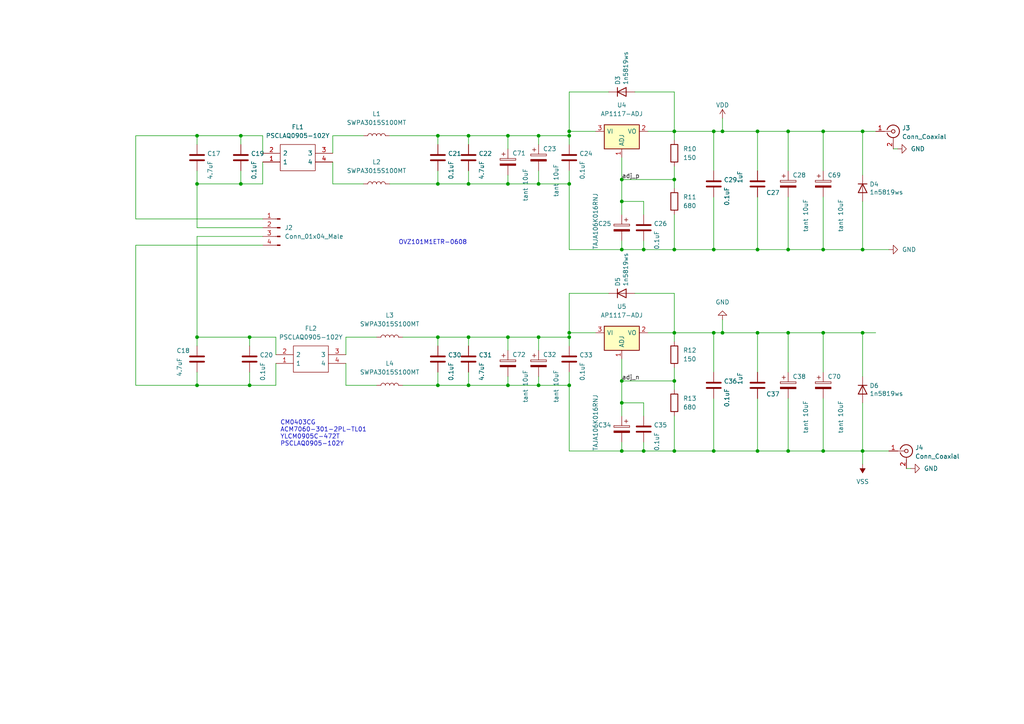
<source format=kicad_sch>
(kicad_sch (version 20211123) (generator eeschema)
  (paper "A4")
  (lib_symbols
    (symbol "Connector:Conn_01x04_Male" (pin_names (offset 1.016) hide)
      (property "Reference" "J" (at 0 5.08 0))
      (property "Value" "Conn_01x04_Male" (at 0 -7.62 0))
      (symbol "Conn_01x04_Male_1_1"
        (polyline (pts (xy 1.27 -5.08) (xy 0.8636 -5.08)) (stroke (width 0.1524)))
        (polyline (pts (xy 1.27 -2.54) (xy 0.8636 -2.54)) (stroke (width 0.1524)))
        (polyline (pts (xy 1.27 0) (xy 0.8636 0)) (stroke (width 0.1524)))
        (polyline (pts (xy 1.27 2.54) (xy 0.8636 2.54)) (stroke (width 0.1524)))
        (rectangle (start 0.8636 -4.953) (end 0 -5.207) (stroke (width 0.1524)) (fill (type outline)))
        (rectangle (start 0.8636 -2.413) (end 0 -2.667) (stroke (width 0.1524)) (fill (type outline)))
        (rectangle (start 0.8636 0.127) (end 0 -0.127) (stroke (width 0.1524)) (fill (type outline)))
        (rectangle (start 0.8636 2.667) (end 0 2.413) (stroke (width 0.1524)) (fill (type outline)))
        (pin passive line (at 5.08 2.54 180) (length 3.81) (name "Pin_1") (number "1"))
        (pin passive line (at 5.08 0 180) (length 3.81) (name "Pin_2") (number "2"))
        (pin passive line (at 5.08 -2.54 180) (length 3.81) (name "Pin_3") (number "3"))
        (pin passive line (at 5.08 -5.08 180) (length 3.81) (name "Pin_4") (number "4"))
      )
    )
    (symbol "Connector:Conn_Coaxial" (pin_names (offset 1.016) hide)
      (property "Reference" "J" (at 0.254 3.048 0))
      (property "Value" "Conn_Coaxial" (at 2.921 0 90))
      (symbol "Conn_Coaxial_0_1"
        (arc (start -1.778 -0.508) (mid 0.2311 -1.8066) (end 1.778 0) (stroke (width 0.254)))
        (polyline (pts (xy -2.54 0) (xy -0.508 0)))
        (polyline (pts (xy 0 -2.54) (xy 0 -1.778)))
        (circle (center 0 0) (radius 0.508) (stroke (width 0.2032)))
        (arc (start 1.778 0) (mid 0.2099 1.8101) (end -1.778 0.508) (stroke (width 0.254)))
      )
      (symbol "Conn_Coaxial_1_1"
        (pin passive line (at -5.08 0 0) (length 2.54) (name "In") (number "1"))
        (pin passive line (at 0 -5.08 90) (length 2.54) (name "Ext") (number "2"))
      )
    )
    (symbol "Device:C" (pin_numbers hide) (pin_names (offset 0.254))
      (property "Reference" "C" (at 0.635 2.54 0))
      (property "Value" "C" (at 0.635 -2.54 0))
      (symbol "C_0_1"
        (polyline (pts (xy -2.032 -0.762) (xy 2.032 -0.762)) (stroke (width 0.508)))
        (polyline (pts (xy -2.032 0.762) (xy 2.032 0.762)) (stroke (width 0.508)))
      )
      (symbol "C_1_1"
        (pin passive line (at 0 3.81 270) (length 2.794) (name "~") (number "1"))
        (pin passive line (at 0 -3.81 90) (length 2.794) (name "~") (number "2"))
      )
    )
    (symbol "Device:CP" (pin_numbers hide) (pin_names (offset 0.254))
      (property "Reference" "C" (at 0.635 2.54 0))
      (property "Value" "Device_CP" (at 0.635 -2.54 0))
      (symbol "CP_0_1"
        (rectangle (start -2.286 0.508) (end 2.286 1.016))
        (polyline (pts (xy -1.778 2.286) (xy -0.762 2.286)))
        (polyline (pts (xy -1.27 2.794) (xy -1.27 1.778)))
        (rectangle (start 2.286 -0.508) (end -2.286 -1.016) (fill (type outline)))
      )
      (symbol "CP_1_1"
        (pin passive line (at 0 3.81 270) (length 2.794) (name "~") (number "1"))
        (pin passive line (at 0 -3.81 90) (length 2.794) (name "~") (number "2"))
      )
    )
    (symbol "Device:D" (pin_numbers hide) (pin_names (offset 1.016) hide)
      (property "Reference" "D" (at 0 2.54 0))
      (property "Value" "D" (at 0 -2.54 0))
      (symbol "D_0_1"
        (polyline (pts (xy -1.27 1.27) (xy -1.27 -1.27)) (stroke (width 0.254)))
        (polyline (pts (xy 1.27 0) (xy -1.27 0)))
        (polyline (pts (xy 1.27 1.27) (xy 1.27 -1.27) (xy -1.27 0) (xy 1.27 1.27)) (stroke (width 0.254)))
      )
      (symbol "D_1_1"
        (pin passive line (at -3.81 0 0) (length 2.54) (name "K") (number "1"))
        (pin passive line (at 3.81 0 180) (length 2.54) (name "A") (number "2"))
      )
    )
    (symbol "Device:L" (pin_numbers hide) (pin_names (offset 1.016) hide)
      (property "Reference" "L" (at -1.27 0 90))
      (property "Value" "L" (at 1.905 0 90))
      (symbol "L_0_1"
        (arc (start 0 -2.54) (mid 0.635 -1.905) (end 0 -1.27))
        (arc (start 0 -1.27) (mid 0.635 -0.635) (end 0 0))
        (arc (start 0 0) (mid 0.635 0.635) (end 0 1.27))
        (arc (start 0 1.27) (mid 0.635 1.905) (end 0 2.54))
      )
      (symbol "L_1_1"
        (pin passive line (at 0 3.81 270) (length 1.27) (name "1") (number "1"))
        (pin passive line (at 0 -3.81 90) (length 1.27) (name "2") (number "2"))
      )
    )
    (symbol "Device:R" (pin_numbers hide) (pin_names (offset 0))
      (property "Reference" "R" (at 2.032 0 90))
      (property "Value" "R" (at 0 0 90))
      (symbol "R_0_1"
        (rectangle (start -1.016 -2.54) (end 1.016 2.54) (stroke (width 0.254)))
      )
      (symbol "R_1_1"
        (pin passive line (at 0 3.81 270) (length 1.27) (name "~") (number "1"))
        (pin passive line (at 0 -3.81 90) (length 1.27) (name "~") (number "2"))
      )
    )
    (symbol "Regulator_Linear:AP1117-ADJ" (pin_names (offset 0.762))
      (property "Reference" "U" (at -3.81 3.175 0))
      (property "Value" "AP1117-ADJ" (at 0 3.175 0))
      (symbol "AP1117-ADJ_0_1"
        (rectangle (start -5.08 -5.08) (end 5.08 1.905) (stroke (width 0.254)) (fill (type background)))
      )
      (symbol "AP1117-ADJ_1_1"
        (pin input line (at 0 -7.62 90) (length 2.54) (name "ADJ") (number "1"))
        (pin power_out line (at 7.62 0 180) (length 2.54) (name "VO") (number "2"))
        (pin power_in line (at -7.62 0 0) (length 2.54) (name "VI") (number "3"))
      )
    )
    (symbol "SamacSys_Parts:SRF0905-501Y" (pin_names (offset 0.762))
      (property "Reference" "FL" (at 16.51 7.62 0))
      (property "Value" "SRF0905-501Y" (at 16.51 5.08 0))
      (symbol "SRF0905-501Y_0_0"
        (pin passive line (at 0 0 0) (length 5.08) (name "1") (number "1"))
        (pin passive line (at 0 -2.54 0) (length 5.08) (name "2") (number "2"))
        (pin passive line (at 20.32 -2.54 180) (length 5.08) (name "3") (number "3"))
        (pin passive line (at 20.32 0 180) (length 5.08) (name "4") (number "4"))
      )
      (symbol "SRF0905-501Y_0_1"
        (polyline (pts (xy 5.08 2.54) (xy 15.24 2.54) (xy 15.24 -5.08) (xy 5.08 -5.08) (xy 5.08 2.54)) (stroke (width 0.1524)))
      )
    )
    (symbol "power:GND" (power) (pin_names (offset 0))
      (property "Value" "GND" (at 0 -3.81 0))
      (symbol "GND_0_1"
        (polyline (pts (xy 0 0) (xy 0 -1.27) (xy 1.27 -1.27) (xy 0 -2.54) (xy -1.27 -1.27) (xy 0 -1.27)))
      )
      (symbol "GND_1_1"
        (pin power_in line (at 0 0 270) (length 0) hide (name "GND") (number "1"))
      )
    )
    (symbol "power:VDD" (power) (pin_names (offset 0))
      (property "Value" "VDD" (at 0 3.81 0))
      (symbol "VDD_0_1"
        (polyline (pts (xy -0.762 1.27) (xy 0 2.54)))
        (polyline (pts (xy 0 0) (xy 0 2.54)))
        (polyline (pts (xy 0 2.54) (xy 0.762 1.27)))
      )
      (symbol "VDD_1_1"
        (pin power_in line (at 0 0 90) (length 0) hide (name "VDD") (number "1"))
      )
    )
    (symbol "power:VSS" (power) (pin_names (offset 0))
      (property "Value" "VSS" (at 0 3.81 0))
      (symbol "VSS_0_1"
        (polyline (pts (xy 0 0) (xy 0 2.54)))
        (polyline (pts (xy 0.762 1.27) (xy -0.762 1.27) (xy 0 2.54) (xy 0.762 1.27)) (fill (type outline)))
      )
      (symbol "VSS_1_1"
        (pin power_in line (at 0 0 90) (length 0) hide (name "VSS") (number "1"))
      )
    )
  )
  (junction (at 165.1 53.34))
  (junction (at 165.1 111.76))
  (junction (at 219.71 130.81))
  (junction (at 207.01 130.81))
  (junction (at 228.6 96.52))
  (junction (at 57.15 111.76))
  (junction (at 186.69 72.39))
  (junction (at 195.58 38.1))
  (junction (at 57.15 39.37))
  (junction (at 186.69 130.81))
  (junction (at 69.85 53.34))
  (junction (at 250.19 72.39))
  (junction (at 165.1 38.1))
  (junction (at 57.15 53.34))
  (junction (at 228.6 72.39))
  (junction (at 250.19 130.81))
  (junction (at 127 97.79))
  (junction (at 250.19 96.52))
  (junction (at 156.21 111.76))
  (junction (at 180.34 116.84))
  (junction (at 207.01 38.1))
  (junction (at 180.34 130.81))
  (junction (at 219.71 72.39))
  (junction (at 180.34 58.42))
  (junction (at 135.89 97.79))
  (junction (at 250.19 38.1))
  (junction (at 127 39.37))
  (junction (at 180.34 52.07))
  (junction (at 135.89 111.76))
  (junction (at 180.34 72.39))
  (junction (at 127 53.34))
  (junction (at 238.76 38.1))
  (junction (at 165.1 97.79))
  (junction (at 195.58 110.49))
  (junction (at 147.32 53.34))
  (junction (at 207.01 72.39))
  (junction (at 147.32 111.76))
  (junction (at 147.32 39.37))
  (junction (at 195.58 96.52))
  (junction (at 219.71 96.52))
  (junction (at 209.55 96.52))
  (junction (at 238.76 96.52))
  (junction (at 69.85 39.37))
  (junction (at 195.58 72.39))
  (junction (at 57.15 97.79))
  (junction (at 165.1 39.37))
  (junction (at 219.71 38.1))
  (junction (at 207.01 96.52))
  (junction (at 156.21 97.79))
  (junction (at 195.58 52.07))
  (junction (at 195.58 130.81))
  (junction (at 156.21 53.34))
  (junction (at 228.6 38.1))
  (junction (at 209.55 38.1))
  (junction (at 228.6 130.81))
  (junction (at 147.32 97.79))
  (junction (at 135.89 39.37))
  (junction (at 127 111.76))
  (junction (at 135.89 53.34))
  (junction (at 180.34 110.49))
  (junction (at 156.21 39.37))
  (junction (at 165.1 96.52))
  (junction (at 72.39 97.79))
  (junction (at 72.39 111.76))
  (junction (at 238.76 72.39))
  (junction (at 238.76 130.81))
  (wire (pts (xy 116.84 97.79) (xy 127 97.79)))
  (wire (pts (xy 76.2 46.99) (xy 76.2 53.34)))
  (wire (pts (xy 186.69 58.42) (xy 180.34 58.42)))
  (wire (pts (xy 147.32 53.34) (xy 156.21 53.34)))
  (wire (pts (xy 165.1 85.09) (xy 165.1 96.52)))
  (wire (pts (xy 180.34 116.84) (xy 180.34 120.65)))
  (wire (pts (xy 57.15 97.79) (xy 72.39 97.79)))
  (wire (pts (xy 219.71 130.81) (xy 228.6 130.81)))
  (wire (pts (xy 207.01 96.52) (xy 209.55 96.52)))
  (wire (pts (xy 209.55 38.1) (xy 219.71 38.1)))
  (wire (pts (xy 228.6 72.39) (xy 238.76 72.39)))
  (wire (pts (xy 207.01 130.81) (xy 219.71 130.81)))
  (wire (pts (xy 257.81 72.39) (xy 250.19 72.39)))
  (wire (pts (xy 254 38.1) (xy 250.19 38.1)))
  (wire (pts (xy 184.15 26.67) (xy 195.58 26.67)))
  (wire (pts (xy 195.58 96.52) (xy 207.01 96.52)))
  (wire (pts (xy 186.69 120.65) (xy 186.69 116.84)))
  (wire (pts (xy 250.19 38.1) (xy 250.19 50.8)))
  (wire (pts (xy 250.19 96.52) (xy 250.19 109.22)))
  (wire (pts (xy 100.33 111.76) (xy 109.22 111.76)))
  (wire (pts (xy 57.15 66.04) (xy 76.2 66.04)))
  (wire (pts (xy 180.34 104.14) (xy 180.34 110.49)))
  (wire (pts (xy 156.21 101.6) (xy 156.21 97.79)))
  (wire (pts (xy 195.58 26.67) (xy 195.58 38.1)))
  (wire (pts (xy 180.34 69.85) (xy 180.34 72.39)))
  (wire (pts (xy 147.32 39.37) (xy 156.21 39.37)))
  (wire (pts (xy 100.33 102.87) (xy 100.33 97.79)))
  (wire (pts (xy 250.19 134.62) (xy 250.19 130.81)))
  (wire (pts (xy 127 111.76) (xy 135.89 111.76)))
  (wire (pts (xy 57.15 39.37) (xy 69.85 39.37)))
  (wire (pts (xy 195.58 99.06) (xy 195.58 96.52)))
  (wire (pts (xy 228.6 57.15) (xy 228.6 72.39)))
  (wire (pts (xy 186.69 62.23) (xy 186.69 58.42)))
  (wire (pts (xy 113.03 39.37) (xy 127 39.37)))
  (wire (pts (xy 165.1 111.76) (xy 165.1 130.81)))
  (wire (pts (xy 135.89 100.33) (xy 135.89 97.79)))
  (wire (pts (xy 195.58 52.07) (xy 195.58 48.26)))
  (wire (pts (xy 238.76 115.57) (xy 238.76 130.81)))
  (wire (pts (xy 127 39.37) (xy 135.89 39.37)))
  (wire (pts (xy 228.6 107.95) (xy 228.6 96.52)))
  (wire (pts (xy 165.1 100.33) (xy 165.1 97.79)))
  (wire (pts (xy 238.76 96.52) (xy 250.19 96.52)))
  (wire (pts (xy 165.1 130.81) (xy 180.34 130.81)))
  (wire (pts (xy 165.1 72.39) (xy 180.34 72.39)))
  (wire (pts (xy 165.1 49.53) (xy 165.1 53.34)))
  (wire (pts (xy 207.01 38.1) (xy 209.55 38.1)))
  (wire (pts (xy 76.2 39.37) (xy 76.2 44.45)))
  (wire (pts (xy 57.15 68.58) (xy 76.2 68.58)))
  (wire (pts (xy 165.1 38.1) (xy 172.72 38.1)))
  (wire (pts (xy 69.85 41.91) (xy 69.85 39.37)))
  (wire (pts (xy 180.34 52.07) (xy 195.58 52.07)))
  (wire (pts (xy 147.32 109.22) (xy 147.32 111.76)))
  (wire (pts (xy 127 53.34) (xy 135.89 53.34)))
  (wire (pts (xy 100.33 97.79) (xy 109.22 97.79)))
  (wire (pts (xy 195.58 62.23) (xy 195.58 72.39)))
  (wire (pts (xy 135.89 53.34) (xy 147.32 53.34)))
  (wire (pts (xy 180.34 130.81) (xy 186.69 130.81)))
  (wire (pts (xy 254 96.52) (xy 250.19 96.52)))
  (wire (pts (xy 238.76 57.15) (xy 238.76 72.39)))
  (wire (pts (xy 72.39 97.79) (xy 80.01 97.79)))
  (wire (pts (xy 209.55 92.71) (xy 209.55 96.52)))
  (wire (pts (xy 195.58 130.81) (xy 207.01 130.81)))
  (wire (pts (xy 180.34 110.49) (xy 195.58 110.49)))
  (wire (pts (xy 147.32 101.6) (xy 147.32 97.79)))
  (wire (pts (xy 195.58 38.1) (xy 207.01 38.1)))
  (wire (pts (xy 156.21 97.79) (xy 165.1 97.79)))
  (wire (pts (xy 238.76 49.53) (xy 238.76 38.1)))
  (wire (pts (xy 176.53 85.09) (xy 165.1 85.09)))
  (wire (pts (xy 207.01 115.57) (xy 207.01 130.81)))
  (wire (pts (xy 127 49.53) (xy 127 53.34)))
  (wire (pts (xy 76.2 71.12) (xy 39.37 71.12)))
  (wire (pts (xy 195.58 110.49) (xy 195.58 113.03)))
  (wire (pts (xy 156.21 49.53) (xy 156.21 53.34)))
  (wire (pts (xy 156.21 41.91) (xy 156.21 39.37)))
  (wire (pts (xy 39.37 63.5) (xy 76.2 63.5)))
  (wire (pts (xy 72.39 100.33) (xy 72.39 97.79)))
  (wire (pts (xy 147.32 50.8) (xy 147.32 53.34)))
  (wire (pts (xy 113.03 53.34) (xy 127 53.34)))
  (wire (pts (xy 57.15 107.95) (xy 57.15 111.76)))
  (wire (pts (xy 238.76 38.1) (xy 250.19 38.1)))
  (wire (pts (xy 57.15 39.37) (xy 57.15 41.91)))
  (wire (pts (xy 135.89 41.91) (xy 135.89 39.37)))
  (wire (pts (xy 156.21 53.34) (xy 165.1 53.34)))
  (wire (pts (xy 250.19 58.42) (xy 250.19 72.39)))
  (wire (pts (xy 187.96 38.1) (xy 195.58 38.1)))
  (wire (pts (xy 209.55 34.29) (xy 209.55 38.1)))
  (wire (pts (xy 135.89 111.76) (xy 147.32 111.76)))
  (wire (pts (xy 135.89 107.95) (xy 135.89 111.76)))
  (wire (pts (xy 57.15 49.53) (xy 57.15 53.34)))
  (wire (pts (xy 69.85 53.34) (xy 76.2 53.34)))
  (wire (pts (xy 207.01 57.15) (xy 207.01 72.39)))
  (wire (pts (xy 195.58 130.81) (xy 186.69 130.81)))
  (wire (pts (xy 207.01 72.39) (xy 219.71 72.39)))
  (wire (pts (xy 186.69 128.27) (xy 186.69 130.81)))
  (wire (pts (xy 96.52 39.37) (xy 105.41 39.37)))
  (wire (pts (xy 195.58 40.64) (xy 195.58 38.1)))
  (wire (pts (xy 219.71 57.15) (xy 219.71 72.39)))
  (wire (pts (xy 264.16 135.89) (xy 262.89 135.89)))
  (wire (pts (xy 147.32 111.76) (xy 156.21 111.76)))
  (wire (pts (xy 39.37 111.76) (xy 57.15 111.76)))
  (wire (pts (xy 127 97.79) (xy 127 100.33)))
  (wire (pts (xy 180.34 52.07) (xy 180.34 58.42)))
  (wire (pts (xy 195.58 85.09) (xy 195.58 96.52)))
  (wire (pts (xy 165.1 53.34) (xy 165.1 72.39)))
  (wire (pts (xy 69.85 49.53) (xy 69.85 53.34)))
  (wire (pts (xy 238.76 72.39) (xy 250.19 72.39)))
  (wire (pts (xy 180.34 45.72) (xy 180.34 52.07)))
  (wire (pts (xy 219.71 96.52) (xy 228.6 96.52)))
  (wire (pts (xy 165.1 96.52) (xy 172.72 96.52)))
  (wire (pts (xy 228.6 49.53) (xy 228.6 38.1)))
  (wire (pts (xy 219.71 49.53) (xy 219.71 38.1)))
  (wire (pts (xy 209.55 96.52) (xy 219.71 96.52)))
  (wire (pts (xy 156.21 111.76) (xy 165.1 111.76)))
  (wire (pts (xy 127 39.37) (xy 127 41.91)))
  (wire (pts (xy 147.32 97.79) (xy 156.21 97.79)))
  (wire (pts (xy 135.89 39.37) (xy 147.32 39.37)))
  (wire (pts (xy 228.6 96.52) (xy 238.76 96.52)))
  (wire (pts (xy 57.15 53.34) (xy 57.15 66.04)))
  (wire (pts (xy 187.96 96.52) (xy 195.58 96.52)))
  (wire (pts (xy 69.85 39.37) (xy 76.2 39.37)))
  (wire (pts (xy 219.71 38.1) (xy 228.6 38.1)))
  (wire (pts (xy 180.34 110.49) (xy 180.34 116.84)))
  (wire (pts (xy 72.39 107.95) (xy 72.39 111.76)))
  (wire (pts (xy 228.6 130.81) (xy 238.76 130.81)))
  (wire (pts (xy 96.52 44.45) (xy 96.52 39.37)))
  (wire (pts (xy 180.34 72.39) (xy 186.69 72.39)))
  (wire (pts (xy 219.71 72.39) (xy 228.6 72.39)))
  (wire (pts (xy 57.15 97.79) (xy 57.15 100.33)))
  (wire (pts (xy 72.39 111.76) (xy 80.01 111.76)))
  (wire (pts (xy 195.58 72.39) (xy 186.69 72.39)))
  (wire (pts (xy 228.6 38.1) (xy 238.76 38.1)))
  (wire (pts (xy 238.76 130.81) (xy 250.19 130.81)))
  (wire (pts (xy 260.35 43.18) (xy 259.08 43.18)))
  (wire (pts (xy 165.1 38.1) (xy 165.1 39.37)))
  (wire (pts (xy 257.81 130.81) (xy 250.19 130.81)))
  (wire (pts (xy 57.15 111.76) (xy 72.39 111.76)))
  (wire (pts (xy 207.01 107.95) (xy 207.01 96.52)))
  (wire (pts (xy 147.32 43.18) (xy 147.32 39.37)))
  (wire (pts (xy 176.53 26.67) (xy 165.1 26.67)))
  (wire (pts (xy 186.69 69.85) (xy 186.69 72.39)))
  (wire (pts (xy 156.21 109.22) (xy 156.21 111.76)))
  (wire (pts (xy 96.52 46.99) (xy 96.52 53.34)))
  (wire (pts (xy 127 97.79) (xy 135.89 97.79)))
  (wire (pts (xy 135.89 97.79) (xy 147.32 97.79)))
  (wire (pts (xy 195.58 120.65) (xy 195.58 130.81)))
  (wire (pts (xy 39.37 39.37) (xy 39.37 63.5)))
  (wire (pts (xy 250.19 116.84) (xy 250.19 130.81)))
  (wire (pts (xy 165.1 26.67) (xy 165.1 38.1)))
  (wire (pts (xy 207.01 49.53) (xy 207.01 38.1)))
  (wire (pts (xy 184.15 85.09) (xy 195.58 85.09)))
  (wire (pts (xy 127 107.95) (xy 127 111.76)))
  (wire (pts (xy 116.84 111.76) (xy 127 111.76)))
  (wire (pts (xy 39.37 71.12) (xy 39.37 111.76)))
  (wire (pts (xy 195.58 72.39) (xy 207.01 72.39)))
  (wire (pts (xy 219.71 115.57) (xy 219.71 130.81)))
  (wire (pts (xy 96.52 53.34) (xy 105.41 53.34)))
  (wire (pts (xy 135.89 49.53) (xy 135.89 53.34)))
  (wire (pts (xy 165.1 107.95) (xy 165.1 111.76)))
  (wire (pts (xy 180.34 128.27) (xy 180.34 130.81)))
  (wire (pts (xy 39.37 39.37) (xy 57.15 39.37)))
  (wire (pts (xy 57.15 68.58) (xy 57.15 97.79)))
  (wire (pts (xy 156.21 39.37) (xy 165.1 39.37)))
  (wire (pts (xy 180.34 58.42) (xy 180.34 62.23)))
  (wire (pts (xy 238.76 107.95) (xy 238.76 96.52)))
  (wire (pts (xy 195.58 110.49) (xy 195.58 106.68)))
  (wire (pts (xy 186.69 116.84) (xy 180.34 116.84)))
  (wire (pts (xy 165.1 96.52) (xy 165.1 97.79)))
  (wire (pts (xy 80.01 102.87) (xy 80.01 97.79)))
  (wire (pts (xy 165.1 41.91) (xy 165.1 39.37)))
  (wire (pts (xy 228.6 115.57) (xy 228.6 130.81)))
  (wire (pts (xy 80.01 105.41) (xy 80.01 111.76)))
  (wire (pts (xy 57.15 53.34) (xy 69.85 53.34)))
  (wire (pts (xy 100.33 105.41) (xy 100.33 111.76)))
  (wire (pts (xy 219.71 107.95) (xy 219.71 96.52)))
  (wire (pts (xy 195.58 52.07) (xy 195.58 54.61)))
  (text "OVZ101M1ETR-0608" (at 115.57 71.12 0) (effects (font (size 1.27 1.27)) (justify left bottom)))
  (text "CM0403CG\nACM7060-301-2PL-TL01\nYLCM0905C-472T\nPSCLAQ0905-102Y" (at 81.28 129.54 0) (effects (font (size 1.27 1.27)) (justify left bottom)))
  (label "adj_n" (at 180.34 110.49 0))
  (label "adj_p" (at 180.34 52.07 0))
  (symbol (lib_id "Device:C") (at 69.85 45.72 0) (unit 1)
    (property "Reference" "C19" (at 72.771 44.5516 0) (effects (justify left)))
    (property "Value" "0.1uF" (at 73.66 52.07 90) (effects (justify left)))
    (property "Footprint" "Capacitor_SMD:C_0805_2012Metric_Pad1.18x1.45mm_HandSolder" (effects hide))
  )
  (symbol (lib_id "Device:R") (at 195.58 102.87 180) (unit 1)
    (property "Reference" "R12" (at 198.12 101.5999 0) (effects (justify right)))
    (property "Value" "150" (at 198.12 104.1399 0) (effects (justify right)))
    (property "Footprint" "Resistor_SMD:R_0805_2012Metric" (effects hide))
  )
  (symbol (lib_id "Device:C") (at 127 45.72 0) (unit 1)
    (property "Reference" "C21" (at 129.921 44.5516 0) (effects (justify left)))
    (property "Value" "0.1uF" (at 130.81 52.07 90) (effects (justify left)))
    (property "Footprint" "Capacitor_SMD:C_0805_2012Metric_Pad1.18x1.45mm_HandSolder" (effects hide))
  )
  (symbol (lib_id "Device:CP") (at 238.76 111.76 0) (unit 1)
    (property "Reference" "C70" (at 240.03 109.22 0) (effects (justify left)))
    (property "Value" "tant 10uF" (at 243.84 125.73 90) (effects (justify left)))
    (property "Footprint" "Capacitor_Tantalum_SMD:CP_EIA-3528-12_Kemet-T" (effects hide))
  )
  (symbol (lib_id "Device:C") (at 219.71 111.76 0) (mirror x) (unit 1)
    (property "Reference" "C37" (at 222.25 114.3 0) (effects (justify left)))
    (property "Value" "1uF" (at 214.63 107.95 90) (effects (justify left)))
    (property "Footprint" "Capacitor_SMD:C_1206_3216Metric_Pad1.33x1.80mm_HandSolder" (effects hide))
  )
  (symbol (lib_id "Device:L") (at 113.03 97.79 90) (unit 1)
    (property "Reference" "L3" (at 113.03 91.44 90))
    (property "Value" "SWPA3015S100MT" (at 113.03 93.98 90))
    (property "Footprint" "Inductor_SMD:L_Taiyo-Yuden_MD-3030" (effects hide))
  )
  (symbol (lib_id "Regulator_Linear:AP1117-ADJ") (at 180.34 38.1 0) (unit 1)
    (property "Reference" "U4" (at 180.34 30.48 0))
    (property "Value" "AP1117-ADJ" (at 180.34 33.02 0))
    (property "Footprint" "Package_TO_SOT_SMD:SOT-223-3_TabPin2" (effects hide))
    (property "Datasheet" "http://www.diodes.com/datasheets/AP1117.pdf" (effects hide))
  )
  (symbol (lib_id "Device:CP") (at 156.21 45.72 0) (unit 1)
    (property "Reference" "C23" (at 157.48 43.18 0) (effects (justify left)))
    (property "Value" "tant 10uF" (at 161.29 57.15 90) (effects (justify left)))
    (property "Footprint" "Capacitor_Tantalum_SMD:CP_EIA-3528-12_Kemet-T" (effects hide))
  )
  (symbol (lib_id "Device:D") (at 180.34 26.67 0) (unit 1)
    (property "Reference" "D3" (at 179.1716 24.6634 90) (effects (justify left)))
    (property "Value" "1n5819ws" (at 181.483 24.6634 90) (effects (justify left)))
    (property "Footprint" "Diode_SMD:D_SOD-323_HandSoldering" (effects hide))
  )
  (symbol (lib_id "Device:C") (at 127 104.14 0) (unit 1)
    (property "Reference" "C30" (at 129.921 102.9716 0) (effects (justify left)))
    (property "Value" "0.1uF" (at 130.81 110.49 90) (effects (justify left)))
    (property "Footprint" "Capacitor_SMD:C_0805_2012Metric_Pad1.18x1.45mm_HandSolder" (effects hide))
  )
  (symbol (lib_id "Device:C") (at 186.69 124.46 0) (unit 1)
    (property "Reference" "C35" (at 189.611 123.2916 0) (effects (justify left)))
    (property "Value" "0.1uF" (at 190.5 130.81 90) (effects (justify left)))
    (property "Footprint" "Capacitor_SMD:C_0805_2012Metric_Pad1.18x1.45mm_HandSolder" (effects hide))
  )
  (symbol (lib_id "SamacSys_Parts:SRF0905-501Y") (at 80.01 105.41 0) (mirror x) (unit 1)
    (property "Reference" "FL2" (at 90.17 95.25 0))
    (property "Value" "PSCLAQ0905-102Y" (at 90.17 97.79 0))
    (property "Footprint" "SamacSys_Parts:SRF0905501Y" (effects hide))
    (property "Datasheet" "https://www.bourns.com/docs/Product-Datasheets/SRF0905.pdf" (effects hide))
    (property "Description" "Common Mode Chokes / Filters 500 uH 1A 1-20MHz" (effects hide))
    (property "Height" "5.3" (effects hide))
    (property "Mouser Part Number" "652-SRF0905-501Y" (effects hide))
    (property "Mouser Price/Stock" "https://www.mouser.co.uk/ProductDetail/Bourns/SRF0905-501Y?qs=stOsxiBwuZWXa4JLP7%252BIQQ%3D%3D" (effects hide))
    (property "Manufacturer_Name" "Bourns" (effects hide))
    (property "Manufacturer_Part_Number" "SRF0905-501Y" (effects hide))
  )
  (symbol (lib_id "Device:L") (at 109.22 39.37 90) (unit 1)
    (property "Reference" "L1" (at 109.22 33.02 90))
    (property "Value" "SWPA3015S100MT" (at 109.22 35.56 90))
    (property "Footprint" "Inductor_SMD:L_Taiyo-Yuden_MD-3030" (effects hide))
  )
  (symbol (lib_id "power:GND") (at 264.16 135.89 90) (unit 1)
    (property "Reference" "#PWR0124" (effects hide))
    (property "Value" "GND" (at 267.97 135.8899 90) (effects (justify right)))
  )
  (symbol (lib_id "Device:R") (at 195.58 44.45 180) (unit 1)
    (property "Reference" "R10" (at 198.12 43.1799 0) (effects (justify right)))
    (property "Value" "150" (at 198.12 45.7199 0) (effects (justify right)))
    (property "Footprint" "Resistor_SMD:R_0805_2012Metric" (effects hide))
  )
  (symbol (lib_id "Device:D") (at 180.34 85.09 0) (unit 1)
    (property "Reference" "D5" (at 179.1716 83.0834 90) (effects (justify left)))
    (property "Value" "1n5819ws" (at 181.483 83.0834 90) (effects (justify left)))
    (property "Footprint" "Diode_SMD:D_SOD-323_HandSoldering" (effects hide))
  )
  (symbol (lib_id "Device:CP") (at 228.6 111.76 0) (unit 1)
    (property "Reference" "C38" (at 229.87 109.22 0) (effects (justify left)))
    (property "Value" "tant 10uF" (at 233.68 125.73 90) (effects (justify left)))
    (property "Footprint" "Capacitor_Tantalum_SMD:CP_EIA-3528-12_Kemet-T" (effects hide))
  )
  (symbol (lib_id "Device:C") (at 165.1 104.14 0) (unit 1)
    (property "Reference" "C33" (at 168.021 102.9716 0) (effects (justify left)))
    (property "Value" "0.1uF" (at 168.91 110.49 90) (effects (justify left)))
    (property "Footprint" "Capacitor_SMD:C_0805_2012Metric_Pad1.18x1.45mm_HandSolder" (effects hide))
  )
  (symbol (lib_id "Device:C") (at 207.01 111.76 0) (unit 1)
    (property "Reference" "C36" (at 209.931 110.5916 0) (effects (justify left)))
    (property "Value" "0.1uF" (at 210.82 118.11 90) (effects (justify left)))
    (property "Footprint" "Capacitor_SMD:C_0805_2012Metric_Pad1.18x1.45mm_HandSolder" (effects hide))
  )
  (symbol (lib_id "Device:C") (at 135.89 45.72 0) (unit 1)
    (property "Reference" "C22" (at 138.811 44.5516 0) (effects (justify left)))
    (property "Value" "4.7uF" (at 139.7 52.07 90) (effects (justify left)))
    (property "Footprint" "Capacitor_SMD:C_1206_3216Metric_Pad1.33x1.80mm_HandSolder" (effects hide))
  )
  (symbol (lib_id "Device:CP") (at 147.32 105.41 0) (unit 1)
    (property "Reference" "C72" (at 148.59 102.87 0) (effects (justify left)))
    (property "Value" "tant 10uF" (at 152.4 116.84 90) (effects (justify left)))
    (property "Footprint" "Capacitor_Tantalum_SMD:CP_EIA-3528-12_Kemet-T" (effects hide))
  )
  (symbol (lib_id "Device:C") (at 207.01 53.34 0) (unit 1)
    (property "Reference" "C29" (at 209.931 52.1716 0) (effects (justify left)))
    (property "Value" "0.1uF" (at 210.82 59.69 90) (effects (justify left)))
    (property "Footprint" "Capacitor_SMD:C_0805_2012Metric_Pad1.18x1.45mm_HandSolder" (effects hide))
  )
  (symbol (lib_id "Device:L") (at 113.03 111.76 90) (unit 1)
    (property "Reference" "L4" (at 113.03 105.41 90))
    (property "Value" "SWPA3015S100MT" (at 113.03 107.95 90))
    (property "Footprint" "Inductor_SMD:L_Taiyo-Yuden_MD-3030" (effects hide))
  )
  (symbol (lib_id "SamacSys_Parts:SRF0905-501Y") (at 76.2 46.99 0) (mirror x) (unit 1)
    (property "Reference" "FL1" (at 86.36 36.83 0))
    (property "Value" "PSCLAQ0905-102Y" (at 86.36 39.37 0))
    (property "Footprint" "SamacSys_Parts:SRF0905501Y" (effects hide))
    (property "Datasheet" "https://www.bourns.com/docs/Product-Datasheets/SRF0905.pdf" (effects hide))
    (property "Description" "Common Mode Chokes / Filters 500 uH 1A 1-20MHz" (effects hide))
    (property "Height" "5.3" (effects hide))
    (property "Mouser Part Number" "652-SRF0905-501Y" (effects hide))
    (property "Mouser Price/Stock" "https://www.mouser.co.uk/ProductDetail/Bourns/SRF0905-501Y?qs=stOsxiBwuZWXa4JLP7%252BIQQ%3D%3D" (effects hide))
    (property "Manufacturer_Name" "Bourns" (effects hide))
    (property "Manufacturer_Part_Number" "SRF0905-501Y" (effects hide))
  )
  (symbol (lib_id "Device:CP") (at 228.6 53.34 0) (unit 1)
    (property "Reference" "C28" (at 229.87 50.8 0) (effects (justify left)))
    (property "Value" "tant 10uF" (at 233.68 67.31 90) (effects (justify left)))
    (property "Footprint" "Capacitor_Tantalum_SMD:CP_EIA-3528-12_Kemet-T" (effects hide))
  )
  (symbol (lib_id "Device:C") (at 186.69 66.04 0) (unit 1)
    (property "Reference" "C26" (at 189.611 64.8716 0) (effects (justify left)))
    (property "Value" "0.1uF" (at 190.5 72.39 90) (effects (justify left)))
    (property "Footprint" "Capacitor_SMD:C_0805_2012Metric_Pad1.18x1.45mm_HandSolder" (effects hide))
  )
  (symbol (lib_id "Device:C") (at 72.39 104.14 0) (unit 1)
    (property "Reference" "C20" (at 75.311 102.9716 0) (effects (justify left)))
    (property "Value" "0.1uF" (at 76.2 110.49 90) (effects (justify left)))
    (property "Footprint" "Capacitor_SMD:C_0805_2012Metric_Pad1.18x1.45mm_HandSolder" (effects hide))
  )
  (symbol (lib_id "Device:C") (at 165.1 45.72 0) (unit 1)
    (property "Reference" "C24" (at 168.021 44.5516 0) (effects (justify left)))
    (property "Value" "0.1uF" (at 168.91 52.07 90) (effects (justify left)))
    (property "Footprint" "Capacitor_SMD:C_0805_2012Metric_Pad1.18x1.45mm_HandSolder" (effects hide))
  )
  (symbol (lib_id "power:GND") (at 209.55 92.71 180) (unit 1)
    (property "Reference" "#PWR0123" (effects hide))
    (property "Value" "GND" (at 209.55 87.63 0))
  )
  (symbol (lib_id "Device:D") (at 250.19 54.61 270) (unit 1)
    (property "Reference" "D4" (at 252.1966 53.4416 90) (effects (justify left)))
    (property "Value" "1n5819ws" (at 252.1966 55.753 90) (effects (justify left)))
    (property "Footprint" "Diode_SMD:D_SOD-323_HandSoldering" (effects hide))
  )
  (symbol (lib_id "Connector:Conn_Coaxial") (at 262.89 130.81 0) (unit 1)
    (property "Reference" "J4" (at 265.43 129.8331 0) (effects (justify left)))
    (property "Value" "Conn_Coaxial" (at 265.43 132.3731 0) (effects (justify left)))
    (property "Footprint" "Connector_Coaxial:U.FL_Hirose_U.FL-R-SMT-1_Vertical" (effects hide))
    (property "Datasheet" " ~" (effects hide))
  )
  (symbol (lib_id "Device:R") (at 195.58 116.84 180) (unit 1)
    (property "Reference" "R13" (at 198.12 115.5699 0) (effects (justify right)))
    (property "Value" "680" (at 198.12 118.1099 0) (effects (justify right)))
    (property "Footprint" "Resistor_SMD:R_0805_2012Metric" (effects hide))
  )
  (symbol (lib_id "power:GND") (at 260.35 43.18 90) (unit 1)
    (property "Reference" "#PWR0121" (effects hide))
    (property "Value" "GND" (at 264.16 43.1799 90) (effects (justify right)))
  )
  (symbol (lib_id "Device:C") (at 57.15 45.72 0) (unit 1)
    (property "Reference" "C17" (at 60.071 44.5516 0) (effects (justify left)))
    (property "Value" "4.7uF" (at 60.96 52.07 90) (effects (justify left)))
    (property "Footprint" "Capacitor_SMD:C_1206_3216Metric_Pad1.33x1.80mm_HandSolder" (effects hide))
  )
  (symbol (lib_id "Device:CP") (at 156.21 105.41 0) (unit 1)
    (property "Reference" "C32" (at 157.48 102.87 0) (effects (justify left)))
    (property "Value" "tant 10uF" (at 161.29 116.84 90) (effects (justify left)))
    (property "Footprint" "Capacitor_Tantalum_SMD:CP_EIA-3528-12_Kemet-T" (effects hide))
  )
  (symbol (lib_id "Device:C") (at 219.71 53.34 0) (mirror x) (unit 1)
    (property "Reference" "C27" (at 222.25 55.88 0) (effects (justify left)))
    (property "Value" "1uF" (at 214.63 49.53 90) (effects (justify left)))
    (property "Footprint" "Capacitor_SMD:C_1206_3216Metric_Pad1.33x1.80mm_HandSolder" (effects hide))
  )
  (symbol (lib_id "Regulator_Linear:AP1117-ADJ") (at 180.34 96.52 0) (unit 1)
    (property "Reference" "U5" (at 180.34 88.9 0))
    (property "Value" "AP1117-ADJ" (at 180.34 91.44 0))
    (property "Footprint" "Package_TO_SOT_SMD:SOT-223-3_TabPin2" (effects hide))
    (property "Datasheet" "http://www.diodes.com/datasheets/AP1117.pdf" (effects hide))
  )
  (symbol (lib_id "Device:C") (at 57.15 104.14 0) (unit 1)
    (property "Reference" "C18" (at 51.181 101.7016 0) (effects (justify left)))
    (property "Value" "4.7uF" (at 52.07 109.22 90) (effects (justify left)))
    (property "Footprint" "Capacitor_SMD:C_1206_3216Metric_Pad1.33x1.80mm_HandSolder" (effects hide))
  )
  (symbol (lib_id "Device:L") (at 109.22 53.34 90) (unit 1)
    (property "Reference" "L2" (at 109.22 46.99 90))
    (property "Value" "SWPA3015S100MT" (at 109.22 49.53 90))
    (property "Footprint" "Inductor_SMD:L_Taiyo-Yuden_MD-3030" (effects hide))
  )
  (symbol (lib_id "Device:R") (at 195.58 58.42 180) (unit 1)
    (property "Reference" "R11" (at 198.12 57.1499 0) (effects (justify right)))
    (property "Value" "680" (at 198.12 59.6899 0) (effects (justify right)))
    (property "Footprint" "Resistor_SMD:R_0805_2012Metric" (effects hide))
  )
  (symbol (lib_id "power:GND") (at 257.81 72.39 90) (unit 1)
    (property "Reference" "#PWR0120" (effects hide))
    (property "Value" "GND" (at 261.62 72.3899 90) (effects (justify right)))
  )
  (symbol (lib_id "Device:C") (at 135.89 104.14 0) (unit 1)
    (property "Reference" "C31" (at 138.811 102.9716 0) (effects (justify left)))
    (property "Value" "4.7uF" (at 139.7 110.49 90) (effects (justify left)))
    (property "Footprint" "Capacitor_SMD:C_1206_3216Metric_Pad1.33x1.80mm_HandSolder" (effects hide))
  )
  (symbol (lib_id "Device:CP") (at 238.76 53.34 0) (unit 1)
    (property "Reference" "C69" (at 240.03 50.8 0) (effects (justify left)))
    (property "Value" "tant 10uF" (at 243.84 67.31 90) (effects (justify left)))
    (property "Footprint" "Capacitor_Tantalum_SMD:CP_EIA-3528-12_Kemet-T" (effects hide))
  )
  (symbol (lib_id "Device:D") (at 250.19 113.03 270) (unit 1)
    (property "Reference" "D6" (at 252.1966 111.8616 90) (effects (justify left)))
    (property "Value" "1n5819ws" (at 252.1966 114.173 90) (effects (justify left)))
    (property "Footprint" "Diode_SMD:D_SOD-323_HandSoldering" (effects hide))
  )
  (symbol (lib_id "power:VSS") (at 250.19 134.62 180) (unit 1)
    (property "Reference" "#PWR0125" (effects hide))
    (property "Value" "VSS" (at 250.19 139.7 0))
  )
  (symbol (lib_id "Device:CP") (at 180.34 124.46 0) (mirror y) (unit 1)
    (property "Reference" "C34" (at 177.3428 123.2916 0) (effects (justify left)))
    (property "Value" "TAJA106K016RNJ" (at 172.72 130.81 90) (effects (justify left)))
    (property "Footprint" "Capacitor_Tantalum_SMD:CP_EIA-3528-12_Kemet-T" (effects hide))
  )
  (symbol (lib_id "Device:CP") (at 147.32 46.99 0) (unit 1)
    (property "Reference" "C71" (at 148.59 44.45 0) (effects (justify left)))
    (property "Value" "tant 10uF" (at 152.4 58.42 90) (effects (justify left)))
    (property "Footprint" "Capacitor_Tantalum_SMD:CP_EIA-3528-12_Kemet-T" (effects hide))
  )
  (symbol (lib_id "power:VDD") (at 209.55 34.29 0) (unit 1)
    (property "Reference" "#PWR0122" (effects hide))
    (property "Value" "VDD" (at 209.55 30.48 0))
  )
  (symbol (lib_id "Connector:Conn_01x04_Male") (at 81.28 66.04 0) (mirror y) (unit 1)
    (property "Reference" "J2" (at 82.55 66.0399 0) (effects (justify right)))
    (property "Value" "Conn_01x04_Male" (at 82.55 68.5799 0) (effects (justify right)))
    (property "Footprint" "Connector_JST:JST_XH_B4B-XH-AM_1x04_P2.50mm_Vertical" (effects hide))
  )
  (symbol (lib_id "Device:CP") (at 180.34 66.04 0) (mirror y) (unit 1)
    (property "Reference" "C25" (at 177.3428 64.8716 0) (effects (justify left)))
    (property "Value" "TAJA106K016RNJ" (at 172.72 72.39 90) (effects (justify left)))
    (property "Footprint" "Capacitor_Tantalum_SMD:CP_EIA-3528-12_Kemet-T" (effects hide))
  )
  (symbol (lib_id "Connector:Conn_Coaxial") (at 259.08 38.1 0) (unit 1)
    (property "Reference" "J3" (at 261.62 37.1231 0) (effects (justify left)))
    (property "Value" "Conn_Coaxial" (at 261.62 39.6631 0) (effects (justify left)))
    (property "Footprint" "Connector_Coaxial:U.FL_Hirose_U.FL-R-SMT-1_Vertical" (effects hide))
    (property "Datasheet" " ~" (effects hide))
  )
)
</source>
